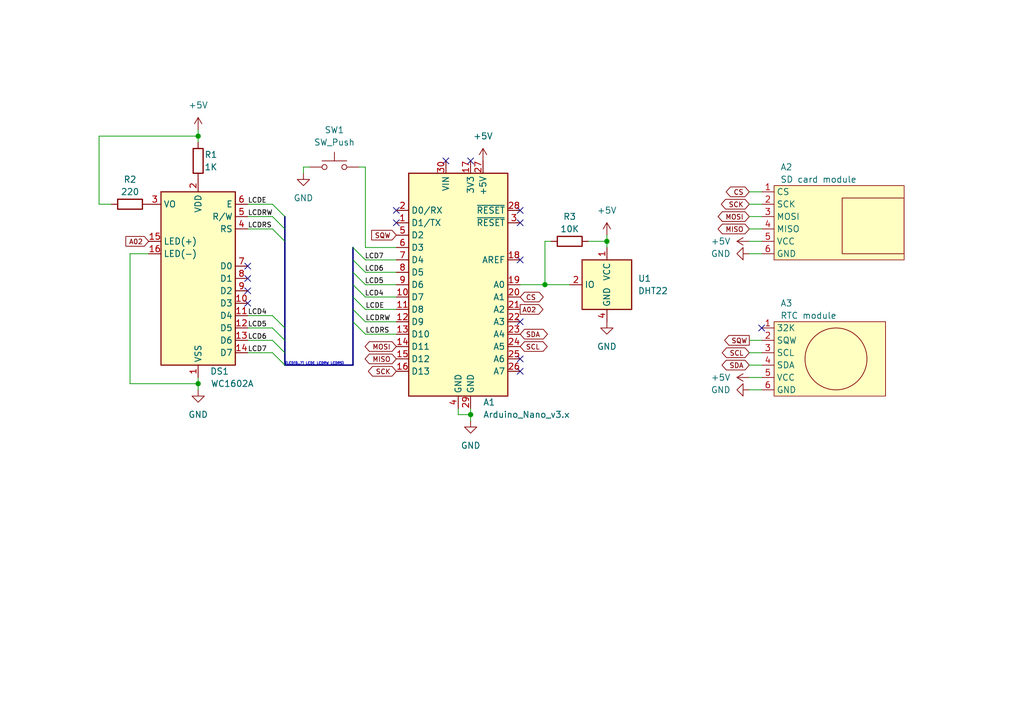
<source format=kicad_sch>
(kicad_sch (version 20230121) (generator eeschema)
  (paper "A5")
  (title_block (title "Arduino datalogger") (date "2023-10-20") (rev "0.1") (company "Lab. Biología de los Artrópodos - FaCENA - UNNE"))
  (lib_symbols
    (symbol "Custom_Modules:MicroSD_Module"
      (property "Reference" "A" (at 3.81 2.54 0))
      (symbol "MicroSD_Module_0_0"
        (pin bidirectional line (at 0 0 0) (length 2.54) (name "CS") (number "1"))
        (pin bidirectional line (at 0 -2.54 0) (length 2.54) (name "SCK") (number "2"))
        (pin bidirectional line (at 0 -5.08 0) (length 2.54) (name "MOSI") (number "3"))
        (pin bidirectional line (at 0 -7.62 0) (length 2.54) (name "MISO") (number "4"))
        (pin power_in line (at 0 -10.16 0) (length 2.54) (name "VCC") (number "5"))
        (pin power_in line (at 0 -12.7 0) (length 2.54) (name "GND") (number "6"))
      )
      (symbol "MicroSD_Module_0_1"
        (rectangle (start 16.51 -1.27) (end 29.21 -12.7))
      )
      (symbol "MicroSD_Module_1_1"
        (rectangle (start 2.54 1.27) (end 29.21 -13.97) (fill (type background)))
      )
    )
    (symbol "Custom_Modules:RTCDS3231"
      (property "Reference" "A" (at 3.81 2.54 0))
      (symbol "RTCDS3231_0_0"
        (pin output line (at 0 0 0) (length 2.54) (name "32K") (number "1"))
        (pin output line (at 0 -2.54 0) (length 2.54) (name "SQW") (number "2"))
        (pin bidirectional line (at 0 -5.08 0) (length 2.54) (name "SCL") (number "3"))
        (pin bidirectional line (at 0 -7.62 0) (length 2.54) (name "SDA") (number "4"))
        (pin power_in line (at 0 -10.16 0) (length 2.54) (name "VCC") (number "5"))
        (pin power_in line (at 0 -12.7 0) (length 2.54) (name "GND") (number "6"))
      )
      (symbol "RTCDS3231_0_1"
        (circle (center 15.24 -6.35) (radius 6.35))
      )
      (symbol "RTCDS3231_1_1"
        (rectangle (start 2.54 1.27) (end 25.4 -13.97) (fill (type background)))
      )
    )
    (symbol "Device:R" (pin_numbers hide) (pin_names (offset 0))
      (property "Reference" "R" (at 2.032 0 90))
      (property "Value" "R" (at 0 0 90))
      (symbol "R_0_1"
        (rectangle (start -1.016 -2.54) (end 1.016 2.54) (stroke (width 0.254)))
      )
      (symbol "R_1_1"
        (pin passive line (at 0 3.81 270) (length 1.27) (name "~") (number "1"))
        (pin passive line (at 0 -3.81 90) (length 1.27) (name "~") (number "2"))
      )
    )
    (symbol "Display_Character:WC1602A"
      (property "Reference" "DS" (at -5.842 19.05 0))
      (property "Value" "WC1602A" (at 5.334 19.05 0))
      (symbol "WC1602A_1_1"
        (rectangle (start -7.62 17.78) (end 7.62 -17.78) (stroke (width 0.254)) (fill (type background)))
        (pin power_in line (at 0 -20.32 90) (length 2.54) (name "VSS") (number "1"))
        (pin input line (at -10.16 -5.08 0) (length 2.54) (name "D3") (number "10"))
        (pin input line (at -10.16 -7.62 0) (length 2.54) (name "D4") (number "11"))
        (pin input line (at -10.16 -10.16 0) (length 2.54) (name "D5") (number "12"))
        (pin input line (at -10.16 -12.7 0) (length 2.54) (name "D6") (number "13"))
        (pin input line (at -10.16 -15.24 0) (length 2.54) (name "D7") (number "14"))
        (pin power_in line (at 10.16 7.62 180) (length 2.54) (name "LED(+)") (number "15"))
        (pin power_in line (at 10.16 5.08 180) (length 2.54) (name "LED(-)") (number "16"))
        (pin power_in line (at 0 20.32 270) (length 2.54) (name "VDD") (number "2"))
        (pin input line (at 10.16 15.24 180) (length 2.54) (name "VO") (number "3"))
        (pin input line (at -10.16 10.16 0) (length 2.54) (name "RS") (number "4"))
        (pin input line (at -10.16 12.7 0) (length 2.54) (name "R/W") (number "5"))
        (pin input line (at -10.16 15.24 0) (length 2.54) (name "E") (number "6"))
        (pin input line (at -10.16 2.54 0) (length 2.54) (name "D0") (number "7"))
        (pin input line (at -10.16 0 0) (length 2.54) (name "D1") (number "8"))
        (pin input line (at -10.16 -2.54 0) (length 2.54) (name "D2") (number "9"))
      )
    )
    (symbol "MCU_Module:Arduino_Nano_v3.x"
      (property "Reference" "A" (at -10.16 23.495 0))
      (property "Value" "Arduino_Nano_v3.x" (at 5.08 -24.13 0))
      (symbol "Arduino_Nano_v3.x_0_1"
        (rectangle (start -10.16 22.86) (end 10.16 -22.86) (stroke (width 0.254)) (fill (type background)))
      )
      (symbol "Arduino_Nano_v3.x_1_1"
        (pin bidirectional line (at -12.7 12.7 0) (length 2.54) (name "D1/TX") (number "1"))
        (pin bidirectional line (at -12.7 -2.54 0) (length 2.54) (name "D7") (number "10"))
        (pin bidirectional line (at -12.7 -5.08 0) (length 2.54) (name "D8") (number "11"))
        (pin bidirectional line (at -12.7 -7.62 0) (length 2.54) (name "D9") (number "12"))
        (pin bidirectional line (at -12.7 -10.16 0) (length 2.54) (name "D10") (number "13"))
        (pin bidirectional line (at -12.7 -12.7 0) (length 2.54) (name "D11") (number "14"))
        (pin bidirectional line (at -12.7 -15.24 0) (length 2.54) (name "D12") (number "15"))
        (pin bidirectional line (at -12.7 -17.78 0) (length 2.54) (name "D13") (number "16"))
        (pin power_out line (at 2.54 25.4 270) (length 2.54) (name "3V3") (number "17"))
        (pin input line (at 12.7 5.08 180) (length 2.54) (name "AREF") (number "18"))
        (pin bidirectional line (at 12.7 0 180) (length 2.54) (name "A0") (number "19"))
        (pin bidirectional line (at -12.7 15.24 0) (length 2.54) (name "D0/RX") (number "2"))
        (pin bidirectional line (at 12.7 -2.54 180) (length 2.54) (name "A1") (number "20"))
        (pin bidirectional line (at 12.7 -5.08 180) (length 2.54) (name "A2") (number "21"))
        (pin bidirectional line (at 12.7 -7.62 180) (length 2.54) (name "A3") (number "22"))
        (pin bidirectional line (at 12.7 -10.16 180) (length 2.54) (name "A4") (number "23"))
        (pin bidirectional line (at 12.7 -12.7 180) (length 2.54) (name "A5") (number "24"))
        (pin bidirectional line (at 12.7 -15.24 180) (length 2.54) (name "A6") (number "25"))
        (pin bidirectional line (at 12.7 -17.78 180) (length 2.54) (name "A7") (number "26"))
        (pin power_out line (at 5.08 25.4 270) (length 2.54) (name "+5V") (number "27"))
        (pin input line (at 12.7 15.24 180) (length 2.54) (name "~{RESET}") (number "28"))
        (pin power_in line (at 2.54 -25.4 90) (length 2.54) (name "GND") (number "29"))
        (pin input line (at 12.7 12.7 180) (length 2.54) (name "~{RESET}") (number "3"))
        (pin power_in line (at -2.54 25.4 270) (length 2.54) (name "VIN") (number "30"))
        (pin power_in line (at 0 -25.4 90) (length 2.54) (name "GND") (number "4"))
        (pin bidirectional line (at -12.7 10.16 0) (length 2.54) (name "D2") (number "5"))
        (pin bidirectional line (at -12.7 7.62 0) (length 2.54) (name "D3") (number "6"))
        (pin bidirectional line (at -12.7 5.08 0) (length 2.54) (name "D4") (number "7"))
        (pin bidirectional line (at -12.7 2.54 0) (length 2.54) (name "D5") (number "8"))
        (pin bidirectional line (at -12.7 0 0) (length 2.54) (name "D6") (number "9"))
      )
    )
    (symbol "Sensor:DHT11"
      (property "Reference" "U" (at -3.81 6.35 0))
      (property "Value" "DHT11" (at 3.81 6.35 0))
      (symbol "DHT11_0_1"
        (rectangle (start -5.08 5.08) (end 5.08 -5.08) (stroke (width 0.254)) (fill (type background)))
      )
      (symbol "DHT11_1_1"
        (pin power_in line (at 0 7.62 270) (length 2.54) (name "VCC") (number "1"))
        (pin bidirectional line (at 7.62 0 180) (length 2.54) (name "IO") (number "2"))
        (pin no_connect line (at -5.08 0 0) (length 2.54) hide (name "NC") (number "3"))
        (pin power_in line (at 0 -7.62 90) (length 2.54) (name "GND") (number "4"))
      )
    )
    (symbol "Switch:SW_Push" (pin_numbers hide) (pin_names (offset 1.016) hide)
      (property "Reference" "SW" (at 1.27 2.54 0))
      (property "Value" "SW_Push" (at 0 -1.524 0))
      (symbol "SW_Push_0_1"
        (circle (center -2.032 0) (radius 0.508))
        (polyline (pts (xy 0 1.27) (xy 0 3.048)))
        (polyline (pts (xy 2.54 1.27) (xy -2.54 1.27)))
        (circle (center 2.032 0) (radius 0.508))
        (pin passive line (at -5.08 0 0) (length 2.54) (name "1") (number "1"))
        (pin passive line (at 5.08 0 180) (length 2.54) (name "2") (number "2"))
      )
    )
    (symbol "power:+5V" (power) (pin_names (offset 0))
      (property "Value" "+5V" (at 0 3.556 0))
      (symbol "+5V_0_1"
        (polyline (pts (xy -0.762 1.27) (xy 0 2.54)))
        (polyline (pts (xy 0 0) (xy 0 2.54)))
        (polyline (pts (xy 0 2.54) (xy 0.762 1.27)))
      )
      (symbol "+5V_1_1"
        (pin power_in line (at 0 0 90) (length 0) hide (name "+5V") (number "1"))
      )
    )
    (symbol "power:GND" (power) (pin_names (offset 0))
      (property "Value" "GND" (at 0 -3.81 0))
      (symbol "GND_0_1"
        (polyline (pts (xy 0 0) (xy 0 -1.27) (xy 1.27 -1.27) (xy 0 -2.54) (xy -1.27 -1.27) (xy 0 -1.27)))
      )
      (symbol "GND_1_1"
        (pin power_in line (at 0 0 270) (length 0) hide (name "GND") (number "1"))
      )
    )
  )
  (junction (at 40.64 27.94))
  (junction (at 40.64 78.74))
  (junction (at 111.76 58.42))
  (junction (at 96.52 85.09))
  (junction (at 124.46 49.53))
  (no_connect (at 50.8 57.15))
  (no_connect (at 106.68 53.34))
  (no_connect (at 81.28 45.72))
  (no_connect (at 50.8 62.23))
  (no_connect (at 106.68 45.72))
  (no_connect (at 50.8 59.69))
  (no_connect (at 106.68 43.18))
  (no_connect (at 106.68 76.2))
  (no_connect (at 156.21 67.31))
  (no_connect (at 106.68 73.66))
  (no_connect (at 50.8 54.61))
  (no_connect (at 81.28 43.18))
  (no_connect (at 91.44 33.02))
  (no_connect (at 106.68 66.04))
  (no_connect (at 96.52 33.02))
  (bus_entry (at 55.88 67.31) (size 2.54 2.54))
  (bus_entry (at 74.93 60.96) (size -2.54 -2.54))
  (bus_entry (at 55.88 69.85) (size 2.54 2.54))
  (bus_entry (at 55.88 46.99) (size 2.54 2.54))
  (bus_entry (at 74.93 53.34) (size -2.54 -2.54))
  (bus_entry (at 55.88 41.91) (size 2.54 2.54))
  (bus_entry (at 74.93 58.42) (size -2.54 -2.54))
  (bus_entry (at 55.88 64.77) (size 2.54 2.54))
  (bus_entry (at 74.93 55.88) (size -2.54 -2.54))
  (bus_entry (at 55.88 72.39) (size 2.54 2.54))
  (bus_entry (at 74.93 68.58) (size -2.54 -2.54))
  (bus_entry (at 74.93 66.04) (size -2.54 -2.54))
  (bus_entry (at 55.88 44.45) (size 2.54 2.54))
  (bus_entry (at 74.93 63.5) (size -2.54 -2.54))
  (wire (pts (xy 50.8 44.45) (xy 55.88 44.45)))
  (wire (pts (xy 153.67 44.45) (xy 156.21 44.45)))
  (wire (pts (xy 153.67 72.39) (xy 156.21 72.39)))
  (bus (pts (xy 72.39 50.8) (xy 72.39 53.34)))
  (bus (pts (xy 58.42 46.99) (xy 58.42 49.53)))
  (wire (pts (xy 74.93 34.29) (xy 74.93 50.8)))
  (wire (pts (xy 20.32 41.91) (xy 20.32 27.94)))
  (wire (pts (xy 153.67 39.37) (xy 156.21 39.37)))
  (wire (pts (xy 20.32 27.94) (xy 40.64 27.94)))
  (bus (pts (xy 58.42 69.85) (xy 58.42 72.39)))
  (wire (pts (xy 62.23 34.29) (xy 63.5 34.29)))
  (bus (pts (xy 58.42 74.93) (xy 72.39 74.93)))
  (bus (pts (xy 72.39 60.96) (xy 72.39 63.5)))
  (wire (pts (xy 74.93 66.04) (xy 81.28 66.04)))
  (wire (pts (xy 124.46 49.53) (xy 124.46 50.8)))
  (wire (pts (xy 50.8 46.99) (xy 55.88 46.99)))
  (wire (pts (xy 153.67 49.53) (xy 156.21 49.53)))
  (wire (pts (xy 74.93 50.8) (xy 81.28 50.8)))
  (wire (pts (xy 74.93 63.5) (xy 81.28 63.5)))
  (wire (pts (xy 40.64 27.94) (xy 40.64 29.21)))
  (bus (pts (xy 72.39 53.34) (xy 72.39 55.88)))
  (bus (pts (xy 72.39 58.42) (xy 72.39 60.96)))
  (wire (pts (xy 22.86 41.91) (xy 20.32 41.91)))
  (wire (pts (xy 74.93 58.42) (xy 81.28 58.42)))
  (wire (pts (xy 50.8 72.39) (xy 55.88 72.39)))
  (wire (pts (xy 111.76 58.42) (xy 116.84 58.42)))
  (wire (pts (xy 74.93 53.34) (xy 81.28 53.34)))
  (wire (pts (xy 111.76 49.53) (xy 113.03 49.53)))
  (wire (pts (xy 74.93 60.96) (xy 81.28 60.96)))
  (wire (pts (xy 153.67 52.07) (xy 156.21 52.07)))
  (bus (pts (xy 58.42 44.45) (xy 58.42 46.99)))
  (wire (pts (xy 50.8 41.91) (xy 55.88 41.91)))
  (wire (pts (xy 40.64 80.01) (xy 40.64 78.74)))
  (wire (pts (xy 153.67 41.91) (xy 156.21 41.91)))
  (wire (pts (xy 74.93 68.58) (xy 81.28 68.58)))
  (wire (pts (xy 120.65 49.53) (xy 124.46 49.53)))
  (wire (pts (xy 153.67 74.93) (xy 156.21 74.93)))
  (bus (pts (xy 58.42 49.53) (xy 58.42 67.31)))
  (bus (pts (xy 72.39 63.5) (xy 72.39 66.04)))
  (wire (pts (xy 50.8 67.31) (xy 55.88 67.31)))
  (wire (pts (xy 30.48 52.07) (xy 26.67 52.07)))
  (wire (pts (xy 40.64 78.74) (xy 40.64 77.47)))
  (wire (pts (xy 26.67 52.07) (xy 26.67 78.74)))
  (wire (pts (xy 124.46 48.26) (xy 124.46 49.53)))
  (wire (pts (xy 50.8 64.77) (xy 55.88 64.77)))
  (wire (pts (xy 96.52 86.36) (xy 96.52 85.09)))
  (wire (pts (xy 93.98 83.82) (xy 93.98 85.09)))
  (wire (pts (xy 26.67 78.74) (xy 40.64 78.74)))
  (wire (pts (xy 153.67 69.85) (xy 156.21 69.85)))
  (bus (pts (xy 58.42 67.31) (xy 58.42 69.85)))
  (wire (pts (xy 153.67 77.47) (xy 156.21 77.47)))
  (wire (pts (xy 106.68 58.42) (xy 111.76 58.42)))
  (wire (pts (xy 74.93 55.88) (xy 81.28 55.88)))
  (wire (pts (xy 50.8 69.85) (xy 55.88 69.85)))
  (bus (pts (xy 58.42 72.39) (xy 58.42 74.93)))
  (wire (pts (xy 40.64 26.67) (xy 40.64 27.94)))
  (wire (pts (xy 153.67 80.01) (xy 156.21 80.01)))
  (wire (pts (xy 74.93 34.29) (xy 73.66 34.29)))
  (wire (pts (xy 62.23 35.56) (xy 62.23 34.29)))
  (wire (pts (xy 111.76 49.53) (xy 111.76 58.42)))
  (bus (pts (xy 72.39 66.04) (xy 72.39 74.93)))
  (wire (pts (xy 93.98 85.09) (xy 96.52 85.09)))
  (wire (pts (xy 153.67 46.99) (xy 156.21 46.99)))
  (bus (pts (xy 72.39 55.88) (xy 72.39 58.42)))
  (wire (pts (xy 96.52 85.09) (xy 96.52 83.82)))
  (label "LCD5" (at 50.8 67.31 0) (effects (font (size 1 1))))
  (label "LCD6" (at 50.8 69.85 0) (effects (font (size 1 1))))
  (label "LCDRS" (at 50.8 46.99 0) (effects (font (size 1 1))))
  (label "LCD7" (at 78.74 53.34 180) (effects (font (size 1 1))))
  (label "LCD4" (at 50.8 64.77 0) (effects (font (size 1 1))))
  (label "LCDE" (at 74.93 63.5 0) (effects (font (size 1 1))))
  (label "LCD7" (at 50.8 72.39 0) (effects (font (size 1 1))))
  (label "{LCD[0..7] LCDE LCDRW LCDRS}" (at 58.42 74.93 0) (effects (font (size 0.5 0.5))))
  (label "LCDE" (at 50.8 41.91 0) (effects (font (size 1 1))))
  (label "LCDRW" (at 50.8 44.45 0) (effects (font (size 1 1))))
  (label "LCD6" (at 78.74 55.88 180) (effects (font (size 1 1))))
  (label "LCDRS" (at 74.93 68.58 0) (effects (font (size 1 1))))
  (label "LCD5" (at 78.74 58.42 180) (effects (font (size 1 1))))
  (label "LCDRW" (at 74.93 66.04 0) (effects (font (size 1 1))))
  (label "LCD4" (at 78.74 60.96 180) (effects (font (size 1 1))))
  (global_label "SCL" (shape bidirectional) (at 106.68 71.12 0) (effects (font (size 1 1))) (property "Intersheetrefs" "${INTERSHEET_REFS}" (effects hide)))
  (global_label "SQW" (shape input) (at 81.28 48.26 180) (effects (font (size 1 1))) (property "Intersheetrefs" "${INTERSHEET_REFS}" (effects hide)))
  (global_label "CS" (shape bidirectional) (at 153.67 39.37 180) (effects (font (size 1 1))) (property "Intersheetrefs" "${INTERSHEET_REFS}" (effects hide)))
  (global_label "MOSI" (shape bidirectional) (at 81.28 71.12 180) (effects (font (size 1 1))) (property "Intersheetrefs" "${INTERSHEET_REFS}" (effects hide)))
  (global_label "MISO" (shape bidirectional) (at 153.67 46.99 180) (effects (font (size 1 1))) (property "Intersheetrefs" "${INTERSHEET_REFS}" (effects hide)))
  (global_label "SCL" (shape bidirectional) (at 153.67 72.39 180) (effects (font (size 1 1))) (property "Intersheetrefs" "${INTERSHEET_REFS}" (effects hide)))
  (global_label "A02" (shape input) (at 30.48 49.53 180) (effects (font (size 1 1))) (property "Intersheetrefs" "${INTERSHEET_REFS}" (effects hide)) (property "Netclass" "PWR_FLAG" (effects hide)))
  (global_label "SCK" (shape bidirectional) (at 153.67 41.91 180) (effects (font (size 1 1))) (property "Intersheetrefs" "${INTERSHEET_REFS}" (effects hide)))
  (global_label "SCK" (shape bidirectional) (at 81.28 76.2 180) (effects (font (size 1 1))) (property "Intersheetrefs" "${INTERSHEET_REFS}" (effects hide)))
  (global_label "MOSI" (shape bidirectional) (at 153.67 44.45 180) (effects (font (size 1 1))) (property "Intersheetrefs" "${INTERSHEET_REFS}" (effects hide)))
  (global_label "SQW" (shape output) (at 153.67 69.85 180) (effects (font (size 1 1))) (property "Intersheetrefs" "${INTERSHEET_REFS}" (effects hide)))
  (global_label "CS" (shape bidirectional) (at 106.68 60.96 0) (effects (font (size 1 1))) (property "Intersheetrefs" "${INTERSHEET_REFS}" (effects hide)))
  (global_label "A02" (shape output) (at 106.68 63.5 0) (effects (font (size 1 1))) (property "Intersheetrefs" "${INTERSHEET_REFS}" (effects hide)))
  (global_label "SDA" (shape bidirectional) (at 153.67 74.93 180) (effects (font (size 1 1))) (property "Intersheetrefs" "${INTERSHEET_REFS}" (effects hide)))
  (global_label "SDA" (shape bidirectional) (at 106.68 68.58 0) (effects (font (size 1 1))) (property "Intersheetrefs" "${INTERSHEET_REFS}" (effects hide)))
  (global_label "MISO" (shape bidirectional) (at 81.28 73.66 180) (effects (font (size 1 1))) (property "Intersheetrefs" "${INTERSHEET_REFS}" (effects hide)))
  (symbol (lib_id "power:GND") (at 62.23 35.56 0) (unit 1)
    (property "Reference" "#PWR05" (effects hide))
    (property "Value" "GND" (at 62.23 40.64 0))
  )
  (symbol (lib_id "MCU_Module:Arduino_Nano_v3.x") (at 93.98 58.42 0) (unit 1)
    (property "Reference" "A1" (at 99.06 82.55 0) (effects (justify left)))
    (property "Value" "Arduino_Nano_v3.x" (at 99.06 85.09 0) (effects (justify left)))
    (property "Footprint" "Module:Arduino_Nano" (effects hide))
    (property "Datasheet" "http://www.mouser.com/pdfdocs/Gravitech_Arduino_Nano3_0.pdf" (effects hide))
  )
  (symbol (lib_id "Device:R") (at 26.67 41.91 90) (unit 1)
    (property "Reference" "R2" (at 26.67 36.83 90))
    (property "Value" "220" (at 26.67 39.37 90))
    (property "Footprint" "Resistor_THT:R_Axial_DIN0207_L6.3mm_D2.5mm_P7.62mm_Horizontal" (effects hide))
  )
  (symbol (lib_id "Custom_Modules:MicroSD_Module") (at 156.21 39.37 0) (unit 1)
    (property "Reference" "A2" (at 160.02 34.29 0) (effects (justify left)))
    (property "Value" "SD card module" (at 160.02 36.83 0) (effects (justify left)))
    (property "Footprint" "Custom_Modules:MicroSD_Module" (effects hide))
  )
  (symbol (lib_id "power:+5V") (at 153.67 77.47 90) (unit 1)
    (property "Reference" "#PWR010" (effects hide))
    (property "Value" "+5V" (at 149.86 77.47 90) (effects (justify left)))
  )
  (symbol (lib_id "power:GND") (at 96.52 86.36 0) (unit 1)
    (property "Reference" "#PWR02" (effects hide))
    (property "Value" "GND" (at 96.52 91.44 0))
  )
  (symbol (lib_id "power:GND") (at 153.67 80.01 270) (unit 1)
    (property "Reference" "#PWR011" (effects hide))
    (property "Value" "GND" (at 149.86 80.01 90) (effects (justify right)))
  )
  (symbol (lib_id "power:+5V") (at 99.06 33.02 0) (unit 1)
    (property "Reference" "#PWR01" (effects hide))
    (property "Value" "+5V" (at 99.06 27.94 0))
  )
  (symbol (lib_id "Device:R") (at 40.64 33.02 0) (unit 1)
    (property "Reference" "R1" (at 41.91 31.75 0) (effects (justify left)))
    (property "Value" "1K" (at 41.91 34.29 0) (effects (justify left)))
    (property "Footprint" "Resistor_THT:R_Axial_DIN0207_L6.3mm_D2.5mm_P7.62mm_Horizontal" (effects hide))
  )
  (symbol (lib_id "power:GND") (at 124.46 66.04 0) (mirror y) (unit 1)
    (property "Reference" "#PWR07" (effects hide))
    (property "Value" "GND" (at 124.46 71.12 0))
  )
  (symbol (lib_id "Sensor:DHT11") (at 124.46 58.42 0) (mirror y) (unit 1) (on_board no)
    (property "Reference" "U1" (at 130.81 57.15 0) (effects (justify right)))
    (property "Value" "DHT22" (at 130.81 59.69 0) (effects (justify right)))
    (property "Footprint" "Sensor:Aosong_DHT11_5.5x12.0_P2.54mm" (effects hide))
    (property "Datasheet" "http://akizukidenshi.com/download/ds/aosong/DHT11.pdf" (effects hide))
  )
  (symbol (lib_id "power:+5V") (at 40.64 26.67 0) (unit 1)
    (property "Reference" "#PWR04" (effects hide))
    (property "Value" "+5V" (at 40.64 21.59 0))
  )
  (symbol (lib_id "power:GND") (at 153.67 52.07 270) (mirror x) (unit 1)
    (property "Reference" "#PWR08" (effects hide))
    (property "Value" "GND" (at 149.86 52.07 90) (effects (justify right)))
  )
  (symbol (lib_id "Device:R") (at 116.84 49.53 270) (mirror x) (unit 1)
    (property "Reference" "R3" (at 116.84 44.45 90))
    (property "Value" "10K" (at 116.84 46.99 90))
    (property "Footprint" "Resistor_THT:R_Axial_DIN0207_L6.3mm_D2.5mm_P7.62mm_Horizontal" (effects hide))
  )
  (symbol (lib_id "power:GND") (at 40.64 80.01 0) (unit 1)
    (property "Reference" "#PWR03" (effects hide))
    (property "Value" "GND" (at 40.64 85.09 0))
  )
  (symbol (lib_id "Switch:SW_Push") (at 68.58 34.29 0) (unit 1)
    (property "Reference" "SW1" (at 68.58 26.67 0))
    (property "Value" "SW_Push" (at 68.58 29.21 0))
    (property "Footprint" "Button_Switch_THT:SW_PUSH-12mm" (effects hide))
  )
  (symbol (lib_id "Custom_Modules:RTCDS3231") (at 156.21 67.31 0) (unit 1)
    (property "Reference" "A3" (at 160.02 62.23 0) (effects (justify left)))
    (property "Value" "RTC module" (at 160.02 64.77 0) (effects (justify left)))
    (property "Footprint" "Custom_Modules:RTCDS3231" (effects hide))
  )
  (symbol (lib_id "Display_Character:WC1602A") (at 40.64 57.15 0) (mirror y) (unit 1)
    (property "Reference" "DS1" (at 46.99 76.2 0) (effects (justify left)))
    (property "Value" "WC1602A" (at 52.07 78.74 0) (effects (justify left)))
    (property "Footprint" "Display:WC1602A" (effects hide))
    (property "Datasheet" "http://www.wincomlcd.com/pdf/WC1602A-SFYLYHTC06.pdf" (effects hide))
  )
  (symbol (lib_id "power:+5V") (at 153.67 49.53 90) (mirror x) (unit 1)
    (property "Reference" "#PWR09" (effects hide))
    (property "Value" "+5V" (at 149.86 49.53 90) (effects (justify left)))
  )
  (symbol (lib_id "power:+5V") (at 124.46 48.26 0) (mirror y) (unit 1)
    (property "Reference" "#PWR06" (effects hide))
    (property "Value" "+5V" (at 124.46 43.18 0))
  )
)
</source>
